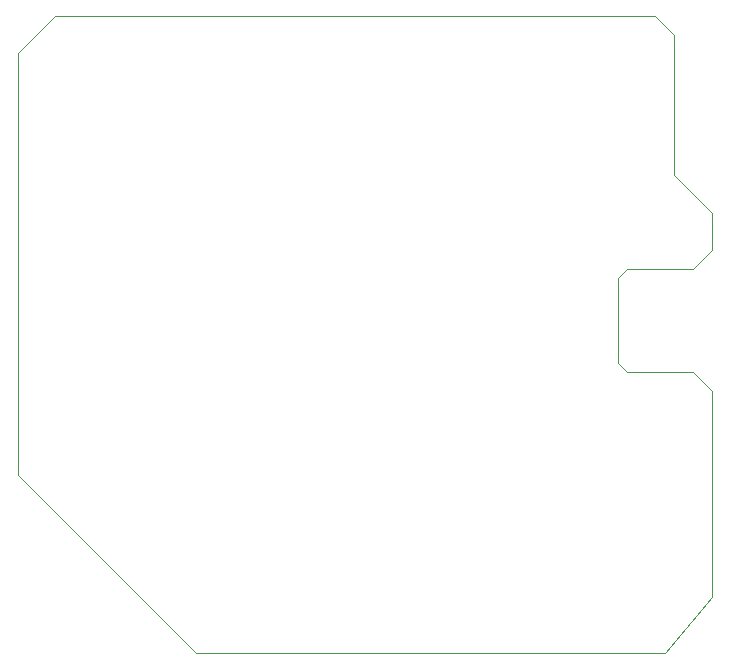
<source format=gm1>
%TF.GenerationSoftware,KiCad,Pcbnew,7.0.2*%
%TF.CreationDate,2023-09-07T17:56:31+02:00*%
%TF.ProjectId,BEP-RFID-cashdrawer,4245502d-5246-4494-942d-636173686472,rev?*%
%TF.SameCoordinates,Original*%
%TF.FileFunction,Profile,NP*%
%FSLAX46Y46*%
G04 Gerber Fmt 4.6, Leading zero omitted, Abs format (unit mm)*
G04 Created by KiCad (PCBNEW 7.0.2) date 2023-09-07 17:56:31*
%MOMM*%
%LPD*%
G01*
G04 APERTURE LIST*
%TA.AperFunction,Profile*%
%ADD10C,0.100000*%
%TD*%
G04 APERTURE END LIST*
D10*
X122237500Y-100806250D02*
X137318750Y-115887500D01*
X179387500Y-92075000D02*
X180975000Y-93662500D01*
X173831250Y-92075000D02*
X179387500Y-92075000D01*
X173831250Y-83343750D02*
X173037500Y-84137500D01*
X180975000Y-81756250D02*
X180975000Y-78581250D01*
X179387500Y-83343750D02*
X180975000Y-81756250D01*
X173831250Y-83343750D02*
X179387500Y-83343750D01*
X173037500Y-91281250D02*
X173037500Y-84137500D01*
X173831250Y-92075000D02*
X173037500Y-91281250D01*
X122237500Y-65087500D02*
X125412500Y-61912500D01*
X122237500Y-100806250D02*
X122237500Y-65087500D01*
X177006250Y-115887500D02*
X137318750Y-115887500D01*
X180975000Y-111125000D02*
X177006250Y-115887500D01*
X180975000Y-93662500D02*
X180975000Y-111125000D01*
X177800000Y-75406250D02*
X180975000Y-78581250D01*
X177800000Y-63500000D02*
X177800000Y-75406250D01*
X176212500Y-61912500D02*
X177800000Y-63500000D01*
X125412500Y-61912500D02*
X176212500Y-61912500D01*
M02*

</source>
